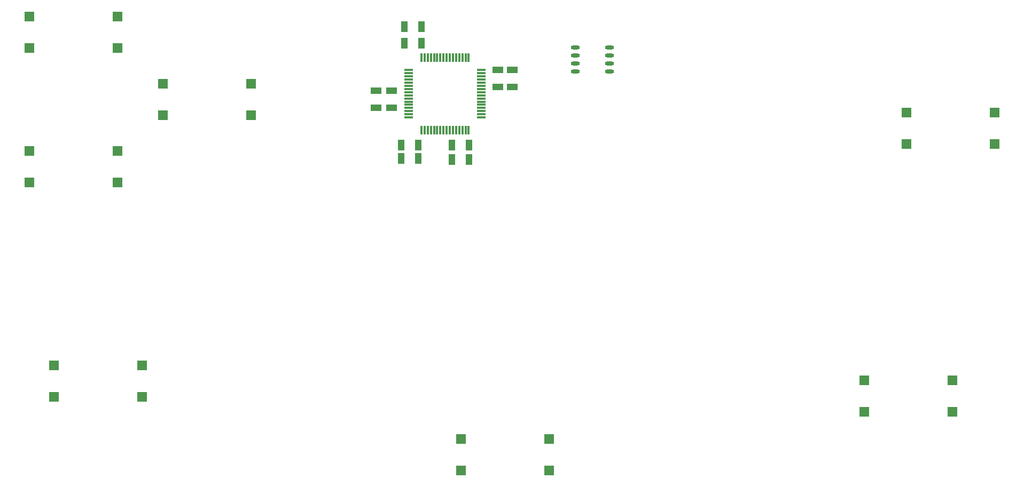
<source format=gtp>
G04*
G04 #@! TF.GenerationSoftware,Altium Limited,Altium Designer,19.1.5 (86)*
G04*
G04 Layer_Color=8421504*
%FSLAX25Y25*%
%MOIN*%
G70*
G01*
G75*
%ADD21R,0.06102X0.06299*%
%ADD22R,0.04331X0.06693*%
%ADD23R,0.06693X0.04331*%
%ADD24R,0.01181X0.05709*%
%ADD25R,0.05709X0.01181*%
%ADD26O,0.05709X0.02362*%
D21*
X234539Y109843D02*
D03*
X289461D02*
D03*
X234539Y90157D02*
D03*
X289461D02*
D03*
X48539Y331843D02*
D03*
X103461D02*
D03*
X48539Y312157D02*
D03*
X103461D02*
D03*
X35461Y136157D02*
D03*
X-19461D02*
D03*
X35461Y155843D02*
D03*
X-19461D02*
D03*
X567461Y294157D02*
D03*
X512539D02*
D03*
X567461Y313843D02*
D03*
X512539D02*
D03*
X540961Y126657D02*
D03*
X486039D02*
D03*
X540961Y146343D02*
D03*
X486039D02*
D03*
X-34961Y289843D02*
D03*
X19961D02*
D03*
X-34961Y270157D02*
D03*
X19961D02*
D03*
X-34961Y373843D02*
D03*
X19961D02*
D03*
X-34961Y354157D02*
D03*
X19961D02*
D03*
D22*
X197185Y285000D02*
D03*
X207815D02*
D03*
X197185Y293500D02*
D03*
X207815D02*
D03*
X239315Y284500D02*
D03*
X228685D02*
D03*
X239315Y293500D02*
D03*
X228685D02*
D03*
X199185Y367500D02*
D03*
X209815D02*
D03*
X199185Y357000D02*
D03*
X209815D02*
D03*
D23*
X191000Y327315D02*
D03*
Y316685D02*
D03*
X181500Y327315D02*
D03*
Y316685D02*
D03*
X266500Y340500D02*
D03*
Y329870D02*
D03*
X257500Y340315D02*
D03*
Y329685D02*
D03*
D24*
X209736Y348138D02*
D03*
X211705D02*
D03*
X213673D02*
D03*
X215642D02*
D03*
X217610D02*
D03*
X219579D02*
D03*
X221547D02*
D03*
X223516D02*
D03*
X225484D02*
D03*
X227453D02*
D03*
X229421D02*
D03*
X231390D02*
D03*
X233358D02*
D03*
X235327D02*
D03*
X237295D02*
D03*
X239264D02*
D03*
Y302862D02*
D03*
X237295D02*
D03*
X235327D02*
D03*
X233358D02*
D03*
X231390D02*
D03*
X229421D02*
D03*
X227453D02*
D03*
X225484D02*
D03*
X223516D02*
D03*
X221547D02*
D03*
X219579D02*
D03*
X217610D02*
D03*
X215642D02*
D03*
X213673D02*
D03*
X211705D02*
D03*
X209736D02*
D03*
D25*
X247138Y340264D02*
D03*
Y338295D02*
D03*
Y336327D02*
D03*
Y334358D02*
D03*
Y332390D02*
D03*
Y330421D02*
D03*
Y328453D02*
D03*
Y326484D02*
D03*
Y324516D02*
D03*
Y322547D02*
D03*
Y320579D02*
D03*
Y318610D02*
D03*
Y316642D02*
D03*
Y314673D02*
D03*
Y312705D02*
D03*
Y310736D02*
D03*
X201862D02*
D03*
Y312705D02*
D03*
Y314673D02*
D03*
Y316642D02*
D03*
Y318610D02*
D03*
Y320579D02*
D03*
Y322547D02*
D03*
Y324516D02*
D03*
Y326484D02*
D03*
Y328453D02*
D03*
Y330421D02*
D03*
Y332390D02*
D03*
Y334358D02*
D03*
Y336327D02*
D03*
Y338295D02*
D03*
Y340264D02*
D03*
D26*
X327228Y339500D02*
D03*
Y344500D02*
D03*
Y349500D02*
D03*
Y354500D02*
D03*
X305772Y339500D02*
D03*
Y344500D02*
D03*
Y349500D02*
D03*
Y354500D02*
D03*
M02*

</source>
